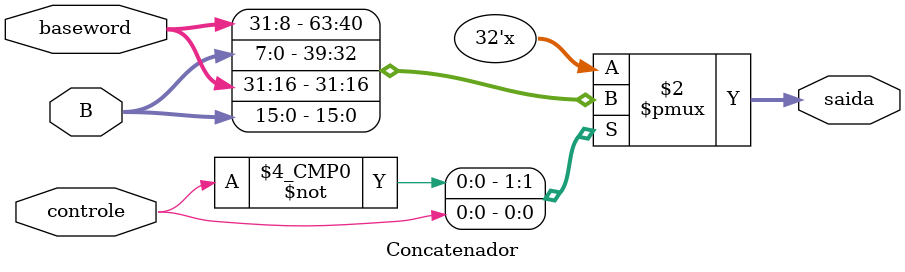
<source format=sv>
module Concatenador
(	input logic[31:0] baseword,
	input logic[15:0] B,
	input logic controle,
	output logic[31:0] saida
	);
	
	always_comb 
	begin
		case(controle)//byte
		1'b0: saida <= {baseword[31:8],B[7:0]};   
		1'b1: saida <= {baseword[31:16],B[15:0]};
		endcase
	end
	      
endmodule: Concatenador
</source>
